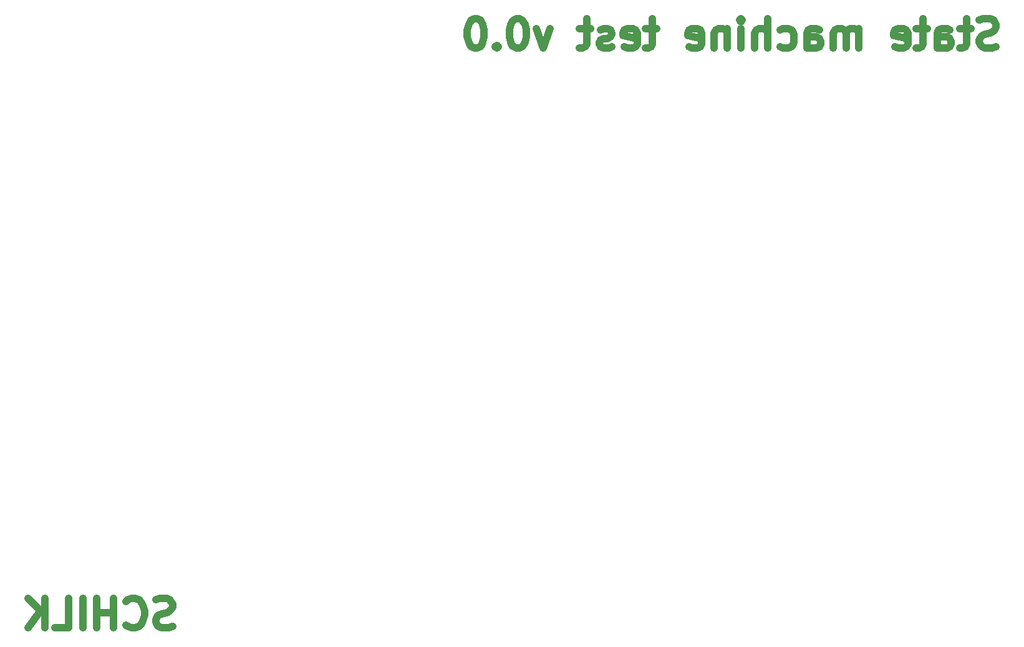
<source format=gbr>
G04 #@! TF.GenerationSoftware,KiCad,Pcbnew,(5.1.5)-3*
G04 #@! TF.CreationDate,2020-06-15T09:36:13+02:00*
G04 #@! TF.ProjectId,StateMachineTest,53746174-654d-4616-9368-696e65546573,rev?*
G04 #@! TF.SameCoordinates,Original*
G04 #@! TF.FileFunction,Legend,Bot*
G04 #@! TF.FilePolarity,Positive*
%FSLAX46Y46*%
G04 Gerber Fmt 4.6, Leading zero omitted, Abs format (unit mm)*
G04 Created by KiCad (PCBNEW (5.1.5)-3) date 2020-06-15 09:36:13*
%MOMM*%
%LPD*%
G04 APERTURE LIST*
%ADD10C,1.000000*%
G04 APERTURE END LIST*
D10*
X120299523Y-147669047D02*
X119728095Y-147859523D01*
X118775714Y-147859523D01*
X118394761Y-147669047D01*
X118204285Y-147478571D01*
X118013809Y-147097619D01*
X118013809Y-146716666D01*
X118204285Y-146335714D01*
X118394761Y-146145238D01*
X118775714Y-145954761D01*
X119537619Y-145764285D01*
X119918571Y-145573809D01*
X120109047Y-145383333D01*
X120299523Y-145002380D01*
X120299523Y-144621428D01*
X120109047Y-144240476D01*
X119918571Y-144050000D01*
X119537619Y-143859523D01*
X118585238Y-143859523D01*
X118013809Y-144050000D01*
X114013809Y-147478571D02*
X114204285Y-147669047D01*
X114775714Y-147859523D01*
X115156666Y-147859523D01*
X115728095Y-147669047D01*
X116109047Y-147288095D01*
X116299523Y-146907142D01*
X116490000Y-146145238D01*
X116490000Y-145573809D01*
X116299523Y-144811904D01*
X116109047Y-144430952D01*
X115728095Y-144050000D01*
X115156666Y-143859523D01*
X114775714Y-143859523D01*
X114204285Y-144050000D01*
X114013809Y-144240476D01*
X112299523Y-147859523D02*
X112299523Y-143859523D01*
X112299523Y-145764285D02*
X110013809Y-145764285D01*
X110013809Y-147859523D02*
X110013809Y-143859523D01*
X108109047Y-147859523D02*
X108109047Y-143859523D01*
X104299523Y-147859523D02*
X106204285Y-147859523D01*
X106204285Y-143859523D01*
X102966190Y-147859523D02*
X102966190Y-143859523D01*
X100680476Y-147859523D02*
X102394761Y-145573809D01*
X100680476Y-143859523D02*
X102966190Y-146145238D01*
X232119761Y-68929047D02*
X231548333Y-69119523D01*
X230595952Y-69119523D01*
X230215000Y-68929047D01*
X230024523Y-68738571D01*
X229834047Y-68357619D01*
X229834047Y-67976666D01*
X230024523Y-67595714D01*
X230215000Y-67405238D01*
X230595952Y-67214761D01*
X231357857Y-67024285D01*
X231738809Y-66833809D01*
X231929285Y-66643333D01*
X232119761Y-66262380D01*
X232119761Y-65881428D01*
X231929285Y-65500476D01*
X231738809Y-65310000D01*
X231357857Y-65119523D01*
X230405476Y-65119523D01*
X229834047Y-65310000D01*
X228691190Y-66452857D02*
X227167380Y-66452857D01*
X228119761Y-65119523D02*
X228119761Y-68548095D01*
X227929285Y-68929047D01*
X227548333Y-69119523D01*
X227167380Y-69119523D01*
X224119761Y-69119523D02*
X224119761Y-67024285D01*
X224310238Y-66643333D01*
X224691190Y-66452857D01*
X225453095Y-66452857D01*
X225834047Y-66643333D01*
X224119761Y-68929047D02*
X224500714Y-69119523D01*
X225453095Y-69119523D01*
X225834047Y-68929047D01*
X226024523Y-68548095D01*
X226024523Y-68167142D01*
X225834047Y-67786190D01*
X225453095Y-67595714D01*
X224500714Y-67595714D01*
X224119761Y-67405238D01*
X222786428Y-66452857D02*
X221262619Y-66452857D01*
X222215000Y-65119523D02*
X222215000Y-68548095D01*
X222024523Y-68929047D01*
X221643571Y-69119523D01*
X221262619Y-69119523D01*
X218405476Y-68929047D02*
X218786428Y-69119523D01*
X219548333Y-69119523D01*
X219929285Y-68929047D01*
X220119761Y-68548095D01*
X220119761Y-67024285D01*
X219929285Y-66643333D01*
X219548333Y-66452857D01*
X218786428Y-66452857D01*
X218405476Y-66643333D01*
X218215000Y-67024285D01*
X218215000Y-67405238D01*
X220119761Y-67786190D01*
X213453095Y-69119523D02*
X213453095Y-66452857D01*
X213453095Y-66833809D02*
X213262619Y-66643333D01*
X212881666Y-66452857D01*
X212310238Y-66452857D01*
X211929285Y-66643333D01*
X211738809Y-67024285D01*
X211738809Y-69119523D01*
X211738809Y-67024285D02*
X211548333Y-66643333D01*
X211167380Y-66452857D01*
X210595952Y-66452857D01*
X210215000Y-66643333D01*
X210024523Y-67024285D01*
X210024523Y-69119523D01*
X206405476Y-69119523D02*
X206405476Y-67024285D01*
X206595952Y-66643333D01*
X206976904Y-66452857D01*
X207738809Y-66452857D01*
X208119761Y-66643333D01*
X206405476Y-68929047D02*
X206786428Y-69119523D01*
X207738809Y-69119523D01*
X208119761Y-68929047D01*
X208310238Y-68548095D01*
X208310238Y-68167142D01*
X208119761Y-67786190D01*
X207738809Y-67595714D01*
X206786428Y-67595714D01*
X206405476Y-67405238D01*
X202786428Y-68929047D02*
X203167380Y-69119523D01*
X203929285Y-69119523D01*
X204310238Y-68929047D01*
X204500714Y-68738571D01*
X204691190Y-68357619D01*
X204691190Y-67214761D01*
X204500714Y-66833809D01*
X204310238Y-66643333D01*
X203929285Y-66452857D01*
X203167380Y-66452857D01*
X202786428Y-66643333D01*
X201072142Y-69119523D02*
X201072142Y-65119523D01*
X199357857Y-69119523D02*
X199357857Y-67024285D01*
X199548333Y-66643333D01*
X199929285Y-66452857D01*
X200500714Y-66452857D01*
X200881666Y-66643333D01*
X201072142Y-66833809D01*
X197453095Y-69119523D02*
X197453095Y-66452857D01*
X197453095Y-65119523D02*
X197643571Y-65310000D01*
X197453095Y-65500476D01*
X197262619Y-65310000D01*
X197453095Y-65119523D01*
X197453095Y-65500476D01*
X195548333Y-66452857D02*
X195548333Y-69119523D01*
X195548333Y-66833809D02*
X195357857Y-66643333D01*
X194976904Y-66452857D01*
X194405476Y-66452857D01*
X194024523Y-66643333D01*
X193834047Y-67024285D01*
X193834047Y-69119523D01*
X190405476Y-68929047D02*
X190786428Y-69119523D01*
X191548333Y-69119523D01*
X191929285Y-68929047D01*
X192119761Y-68548095D01*
X192119761Y-67024285D01*
X191929285Y-66643333D01*
X191548333Y-66452857D01*
X190786428Y-66452857D01*
X190405476Y-66643333D01*
X190215000Y-67024285D01*
X190215000Y-67405238D01*
X192119761Y-67786190D01*
X186024523Y-66452857D02*
X184500714Y-66452857D01*
X185453095Y-65119523D02*
X185453095Y-68548095D01*
X185262619Y-68929047D01*
X184881666Y-69119523D01*
X184500714Y-69119523D01*
X181643571Y-68929047D02*
X182024523Y-69119523D01*
X182786428Y-69119523D01*
X183167380Y-68929047D01*
X183357857Y-68548095D01*
X183357857Y-67024285D01*
X183167380Y-66643333D01*
X182786428Y-66452857D01*
X182024523Y-66452857D01*
X181643571Y-66643333D01*
X181453095Y-67024285D01*
X181453095Y-67405238D01*
X183357857Y-67786190D01*
X179929285Y-68929047D02*
X179548333Y-69119523D01*
X178786428Y-69119523D01*
X178405476Y-68929047D01*
X178215000Y-68548095D01*
X178215000Y-68357619D01*
X178405476Y-67976666D01*
X178786428Y-67786190D01*
X179357857Y-67786190D01*
X179738809Y-67595714D01*
X179929285Y-67214761D01*
X179929285Y-67024285D01*
X179738809Y-66643333D01*
X179357857Y-66452857D01*
X178786428Y-66452857D01*
X178405476Y-66643333D01*
X177072142Y-66452857D02*
X175548333Y-66452857D01*
X176500714Y-65119523D02*
X176500714Y-68548095D01*
X176310238Y-68929047D01*
X175929285Y-69119523D01*
X175548333Y-69119523D01*
X171548333Y-66452857D02*
X170595952Y-69119523D01*
X169643571Y-66452857D01*
X167357857Y-65119523D02*
X166976904Y-65119523D01*
X166595952Y-65310000D01*
X166405476Y-65500476D01*
X166215000Y-65881428D01*
X166024523Y-66643333D01*
X166024523Y-67595714D01*
X166215000Y-68357619D01*
X166405476Y-68738571D01*
X166595952Y-68929047D01*
X166976904Y-69119523D01*
X167357857Y-69119523D01*
X167738809Y-68929047D01*
X167929285Y-68738571D01*
X168119761Y-68357619D01*
X168310238Y-67595714D01*
X168310238Y-66643333D01*
X168119761Y-65881428D01*
X167929285Y-65500476D01*
X167738809Y-65310000D01*
X167357857Y-65119523D01*
X164310238Y-68738571D02*
X164119761Y-68929047D01*
X164310238Y-69119523D01*
X164500714Y-68929047D01*
X164310238Y-68738571D01*
X164310238Y-69119523D01*
X161643571Y-65119523D02*
X161262619Y-65119523D01*
X160881666Y-65310000D01*
X160691190Y-65500476D01*
X160500714Y-65881428D01*
X160310238Y-66643333D01*
X160310238Y-67595714D01*
X160500714Y-68357619D01*
X160691190Y-68738571D01*
X160881666Y-68929047D01*
X161262619Y-69119523D01*
X161643571Y-69119523D01*
X162024523Y-68929047D01*
X162215000Y-68738571D01*
X162405476Y-68357619D01*
X162595952Y-67595714D01*
X162595952Y-66643333D01*
X162405476Y-65881428D01*
X162215000Y-65500476D01*
X162024523Y-65310000D01*
X161643571Y-65119523D01*
M02*

</source>
